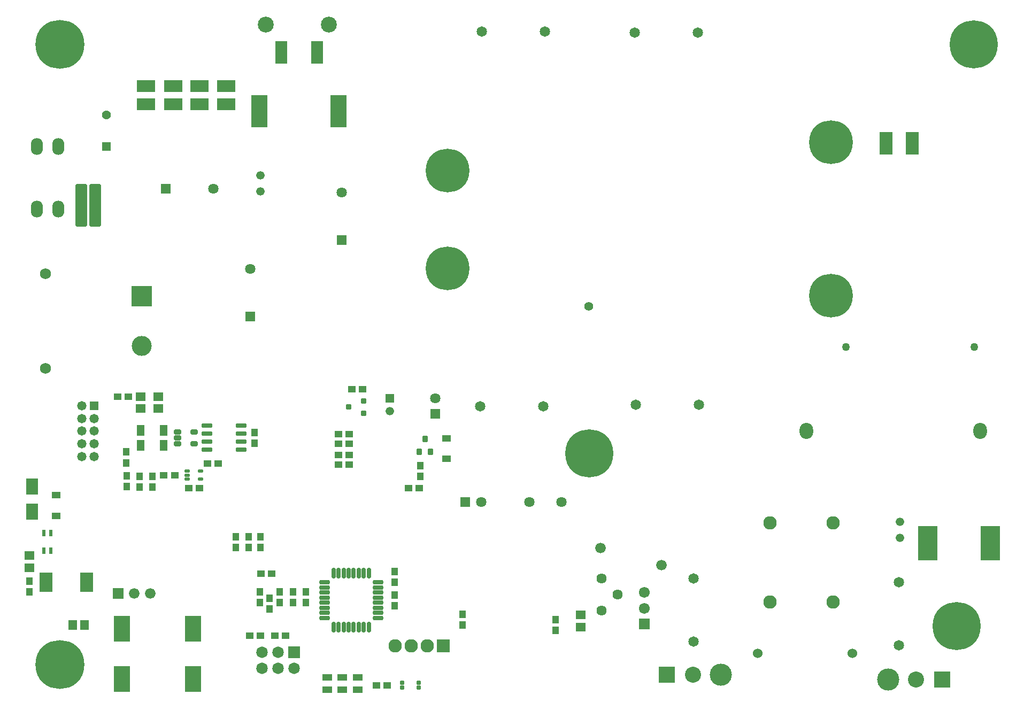
<source format=gbr>
%TF.GenerationSoftware,Altium Limited,Altium Designer,20.0.13 (296)*%
G04 Layer_Color=8388736*
%FSLAX26Y26*%
%MOIN*%
%TF.FileFunction,Soldermask,Top*%
%TF.Part,Single*%
G01*
G75*
%TA.AperFunction,ComponentPad*%
%ADD54C,0.050000*%
%ADD57C,0.125000*%
%ADD77C,0.300000*%
%TA.AperFunction,SMDPad,CuDef*%
%ADD114R,0.048000X0.044000*%
%ADD115R,0.044000X0.048000*%
%ADD118R,0.048307X0.044370*%
%ADD119R,0.044370X0.048307*%
%ADD120R,0.064055X0.056181*%
%ADD121R,0.056181X0.064055*%
%TA.AperFunction,ComponentPad*%
%ADD125O,0.075000X0.105000*%
%ADD126C,0.063661*%
%ADD127R,0.071929X0.071929*%
%ADD128C,0.071929*%
%ADD129C,0.055000*%
%ADD130C,0.272716*%
%ADD131C,0.066024*%
%ADD132C,0.138000*%
%ADD133C,0.100000*%
%ADD134R,0.100000X0.100000*%
%ADD135R,0.125000X0.125000*%
%ADD136C,0.068000*%
%ADD137C,0.083740*%
%ADD138R,0.083740X0.083740*%
%ADD139R,0.066024X0.066024*%
%ADD140C,0.058150*%
%ADD141R,0.058150X0.058150*%
%ADD142C,0.052244*%
%ADD143C,0.064370*%
%ADD144R,0.064370X0.064370*%
%ADD145C,0.064055*%
%ADD146R,0.064055X0.064055*%
%ADD147R,0.056181X0.056181*%
%ADD148C,0.056181*%
%ADD149C,0.305000*%
%ADD150R,0.052244X0.052244*%
%ADD151R,0.067598X0.067598*%
%ADD152C,0.067598*%
%ADD153C,0.060118*%
%ADD154O,0.085000X0.100000*%
%ADD155C,0.065000*%
%ADD156R,0.064370X0.064370*%
%ADD157C,0.099488*%
%ADD158R,0.064055X0.064055*%
%TA.AperFunction,SMDPad,CuDef*%
G04:AMPARAMS|DCode=164|XSize=25.654mil|YSize=25.654mil|CornerRadius=4.707mil|HoleSize=0mil|Usage=FLASHONLY|Rotation=180.000|XOffset=0mil|YOffset=0mil|HoleType=Round|Shape=RoundedRectangle|*
%AMROUNDEDRECTD164*
21,1,0.025654,0.016240,0,0,180.0*
21,1,0.016240,0.025654,0,0,180.0*
1,1,0.009413,-0.008120,0.008120*
1,1,0.009413,0.008120,0.008120*
1,1,0.009413,0.008120,-0.008120*
1,1,0.009413,-0.008120,-0.008120*
%
%ADD164ROUNDEDRECTD164*%
%ADD165R,0.062874X0.044764*%
G04:AMPARAMS|DCode=166|XSize=71.118mil|YSize=263.906mil|CornerRadius=5.356mil|HoleSize=0mil|Usage=FLASHONLY|Rotation=0.000|XOffset=0mil|YOffset=0mil|HoleType=Round|Shape=RoundedRectangle|*
%AMROUNDEDRECTD166*
21,1,0.071118,0.253194,0,0,0.0*
21,1,0.060406,0.263906,0,0,0.0*
1,1,0.010712,0.030203,-0.126597*
1,1,0.010712,-0.030203,-0.126597*
1,1,0.010712,-0.030203,0.126597*
1,1,0.010712,0.030203,0.126597*
%
%ADD166ROUNDEDRECTD166*%
G04:AMPARAMS|DCode=167|XSize=36.496mil|YSize=40.433mil|CornerRadius=10.374mil|HoleSize=0mil|Usage=FLASHONLY|Rotation=180.000|XOffset=0mil|YOffset=0mil|HoleType=Round|Shape=RoundedRectangle|*
%AMROUNDEDRECTD167*
21,1,0.036496,0.019685,0,0,180.0*
21,1,0.015748,0.040433,0,0,180.0*
1,1,0.020748,-0.007874,0.009843*
1,1,0.020748,0.007874,0.009843*
1,1,0.020748,0.007874,-0.009843*
1,1,0.020748,-0.007874,-0.009843*
%
%ADD167ROUNDEDRECTD167*%
G04:AMPARAMS|DCode=168|XSize=32.165mil|YSize=43.976mil|CornerRadius=5.896mil|HoleSize=0mil|Usage=FLASHONLY|Rotation=90.000|XOffset=0mil|YOffset=0mil|HoleType=Round|Shape=RoundedRectangle|*
%AMROUNDEDRECTD168*
21,1,0.032165,0.032185,0,0,90.0*
21,1,0.020374,0.043976,0,0,90.0*
1,1,0.011791,0.016093,0.010187*
1,1,0.011791,0.016093,-0.010187*
1,1,0.011791,-0.016093,-0.010187*
1,1,0.011791,-0.016093,0.010187*
%
%ADD168ROUNDEDRECTD168*%
G04:AMPARAMS|DCode=169|XSize=26.654mil|YSize=64.055mil|CornerRadius=7.913mil|HoleSize=0mil|Usage=FLASHONLY|Rotation=180.000|XOffset=0mil|YOffset=0mil|HoleType=Round|Shape=RoundedRectangle|*
%AMROUNDEDRECTD169*
21,1,0.026654,0.048228,0,0,180.0*
21,1,0.010827,0.064055,0,0,180.0*
1,1,0.015827,-0.005413,0.024114*
1,1,0.015827,0.005413,0.024114*
1,1,0.015827,0.005413,-0.024114*
1,1,0.015827,-0.005413,-0.024114*
%
%ADD169ROUNDEDRECTD169*%
G04:AMPARAMS|DCode=170|XSize=26.654mil|YSize=64.055mil|CornerRadius=7.913mil|HoleSize=0mil|Usage=FLASHONLY|Rotation=270.000|XOffset=0mil|YOffset=0mil|HoleType=Round|Shape=RoundedRectangle|*
%AMROUNDEDRECTD170*
21,1,0.026654,0.048228,0,0,270.0*
21,1,0.010827,0.064055,0,0,270.0*
1,1,0.015827,-0.024114,-0.005413*
1,1,0.015827,-0.024114,0.005413*
1,1,0.015827,0.024114,0.005413*
1,1,0.015827,0.024114,-0.005413*
%
%ADD170ROUNDEDRECTD170*%
G04:AMPARAMS|DCode=171|XSize=35.709mil|YSize=35.709mil|CornerRadius=10.177mil|HoleSize=0mil|Usage=FLASHONLY|Rotation=270.000|XOffset=0mil|YOffset=0mil|HoleType=Round|Shape=RoundedRectangle|*
%AMROUNDEDRECTD171*
21,1,0.035709,0.015354,0,0,270.0*
21,1,0.015354,0.035709,0,0,270.0*
1,1,0.020354,-0.007677,-0.007677*
1,1,0.020354,-0.007677,0.007677*
1,1,0.020354,0.007677,0.007677*
1,1,0.020354,0.007677,-0.007677*
%
%ADD171ROUNDEDRECTD171*%
%ADD172R,0.079803X0.138858*%
%ADD173R,0.115000X0.073000*%
%ADD174R,0.083740X0.123110*%
%ADD175R,0.078000X0.139000*%
%ADD176R,0.119173X0.217598*%
%ADD177R,0.103425X0.201850*%
%ADD178R,0.020748X0.040433*%
%ADD179R,0.053032X0.040827*%
%ADD180R,0.103425X0.162480*%
G04:AMPARAMS|DCode=181|XSize=66.024mil|YSize=28.622mil|CornerRadius=8.406mil|HoleSize=0mil|Usage=FLASHONLY|Rotation=180.000|XOffset=0mil|YOffset=0mil|HoleType=Round|Shape=RoundedRectangle|*
%AMROUNDEDRECTD181*
21,1,0.066024,0.011811,0,0,180.0*
21,1,0.049213,0.028622,0,0,180.0*
1,1,0.016811,-0.024606,0.005906*
1,1,0.016811,0.024606,0.005906*
1,1,0.016811,0.024606,-0.005906*
1,1,0.016811,-0.024606,-0.005906*
%
%ADD181ROUNDEDRECTD181*%
%ADD182R,0.052992X0.040984*%
%ADD183R,0.048000X0.068000*%
%ADD184R,0.071929X0.103425*%
G04:AMPARAMS|DCode=185|XSize=20.748mil|YSize=30.591mil|CornerRadius=4.468mil|HoleSize=0mil|Usage=FLASHONLY|Rotation=90.000|XOffset=0mil|YOffset=0mil|HoleType=Round|Shape=RoundedRectangle|*
%AMROUNDEDRECTD185*
21,1,0.020748,0.021654,0,0,90.0*
21,1,0.011811,0.030591,0,0,90.0*
1,1,0.008937,0.010827,0.005906*
1,1,0.008937,0.010827,-0.005906*
1,1,0.008937,-0.010827,-0.005906*
1,1,0.008937,-0.010827,0.005906*
%
%ADD185ROUNDEDRECTD185*%
D54*
X5145000Y2200000D02*
D03*
X5945394D02*
D03*
D57*
X753000Y2204595D02*
D03*
D77*
X3545000Y1535000D02*
D03*
X5835000Y460000D02*
D03*
X5940000Y4085000D02*
D03*
D114*
X1582996Y400000D02*
D03*
X1649925D02*
D03*
X1493465D02*
D03*
X1426535D02*
D03*
X2131929Y1935000D02*
D03*
X2065000D02*
D03*
X2417638Y1320000D02*
D03*
X2484567D02*
D03*
X959429Y1400000D02*
D03*
X892500D02*
D03*
X1496535Y785000D02*
D03*
X1563465D02*
D03*
X2216535Y90000D02*
D03*
X2283465D02*
D03*
X1231929Y1472599D02*
D03*
X1165000D02*
D03*
X2047834Y1595000D02*
D03*
X1980905D02*
D03*
X2047834Y1525000D02*
D03*
X1980905D02*
D03*
X1980906Y1655000D02*
D03*
X2047835D02*
D03*
X1980906Y1465000D02*
D03*
X2047835D02*
D03*
D115*
X1551461Y566535D02*
D03*
Y633465D02*
D03*
X2490000Y1391535D02*
D03*
Y1458465D02*
D03*
X739429Y1326535D02*
D03*
Y1393465D02*
D03*
X659429Y1394965D02*
D03*
Y1328035D02*
D03*
X1420000Y948071D02*
D03*
Y1015000D02*
D03*
X1340000Y1015000D02*
D03*
Y948071D02*
D03*
X658307Y1476622D02*
D03*
Y1543622D02*
D03*
X1491500Y673500D02*
D03*
Y606500D02*
D03*
D118*
X1045965Y1320000D02*
D03*
X1112894D02*
D03*
X670000Y1890000D02*
D03*
X603071D02*
D03*
D119*
X819429Y1393465D02*
D03*
Y1326535D02*
D03*
X55000Y739370D02*
D03*
Y672441D02*
D03*
X2330000Y733071D02*
D03*
Y800000D02*
D03*
Y586535D02*
D03*
Y653465D02*
D03*
X1495000Y1015000D02*
D03*
Y948071D02*
D03*
X1778000Y673465D02*
D03*
Y606535D02*
D03*
X1698000Y673465D02*
D03*
Y606535D02*
D03*
X1613000Y673465D02*
D03*
Y606535D02*
D03*
X1458465Y1666063D02*
D03*
Y1599134D02*
D03*
X2755000Y466535D02*
D03*
Y533465D02*
D03*
X3335000Y431535D02*
D03*
Y498464D02*
D03*
D120*
X748465Y1890000D02*
D03*
Y1815197D02*
D03*
X858465Y1815197D02*
D03*
Y1890000D02*
D03*
X3490000Y452728D02*
D03*
Y527531D02*
D03*
X55000Y822598D02*
D03*
Y897402D02*
D03*
D121*
X397402Y465000D02*
D03*
X322599D02*
D03*
D125*
X100000Y3058561D02*
D03*
Y3449112D02*
D03*
X233858Y3058561D02*
D03*
Y3449112D02*
D03*
D126*
X3622000Y755000D02*
D03*
X3722000Y655000D02*
D03*
X3622000Y555000D02*
D03*
D127*
X1705000Y295000D02*
D03*
D128*
Y195000D02*
D03*
X1605000Y295000D02*
D03*
Y195000D02*
D03*
X1505000Y295000D02*
D03*
Y195000D02*
D03*
D129*
X3542209Y2452601D02*
D03*
D130*
X5050000Y2520000D02*
D03*
Y3475000D02*
D03*
X2660000Y3300000D02*
D03*
Y2690000D02*
D03*
D131*
X3613000Y945000D02*
D03*
X3995000Y838000D02*
D03*
X808032Y661417D02*
D03*
X708032D02*
D03*
D132*
X4365004Y155000D02*
D03*
X5407004Y125000D02*
D03*
D133*
X4190000Y155000D02*
D03*
X5582008Y125000D02*
D03*
D134*
X4027008Y155000D02*
D03*
X5745000Y125000D02*
D03*
D135*
X753000Y2516405D02*
D03*
D136*
X155000Y2065000D02*
D03*
Y2656000D02*
D03*
D137*
X2335630Y335000D02*
D03*
X2535630D02*
D03*
X2435630D02*
D03*
X5065000Y1102126D02*
D03*
Y610000D02*
D03*
X4671299Y1102126D02*
D03*
Y610000D02*
D03*
D138*
X2635630Y335000D02*
D03*
D139*
X608032Y661417D02*
D03*
D140*
X458740Y1752480D02*
D03*
Y1673740D02*
D03*
X380000Y1752480D02*
D03*
Y1831220D02*
D03*
Y1673740D02*
D03*
X458740Y1516260D02*
D03*
Y1595000D02*
D03*
X380000Y1516260D02*
D03*
Y1595000D02*
D03*
D141*
X458740Y1831220D02*
D03*
D142*
X1495000Y3170000D02*
D03*
Y3270000D02*
D03*
X2300000Y1800000D02*
D03*
X5480000Y1110000D02*
D03*
Y1010000D02*
D03*
D143*
X3370000Y1233150D02*
D03*
X2870000D02*
D03*
X3170000D02*
D03*
X2585669Y1879213D02*
D03*
D144*
X2770000Y1233150D02*
D03*
D145*
X2000000Y3160276D02*
D03*
X1430000Y2685276D02*
D03*
X1200000Y3185000D02*
D03*
D146*
X2000000Y2865000D02*
D03*
X1430000Y2390000D02*
D03*
D147*
X535000Y3448150D02*
D03*
D148*
Y3645000D02*
D03*
D149*
X245000Y220000D02*
D03*
Y4085000D02*
D03*
D150*
X2300000Y1878740D02*
D03*
D151*
X3887000Y470575D02*
D03*
D152*
Y667425D02*
D03*
Y569000D02*
D03*
D153*
X4594449Y290000D02*
D03*
X5185000D02*
D03*
D154*
X5980000Y1675000D02*
D03*
X4897323D02*
D03*
D155*
X3256850Y1830000D02*
D03*
X2863150D02*
D03*
X4195793Y363150D02*
D03*
Y756850D02*
D03*
X4220000Y4157500D02*
D03*
X3826299D02*
D03*
X3266850Y4165000D02*
D03*
X2873150D02*
D03*
X5475000Y731850D02*
D03*
Y338150D02*
D03*
X4226850Y1840000D02*
D03*
X3833150D02*
D03*
D156*
X2585669Y1780787D02*
D03*
D157*
X1921701Y4208000D02*
D03*
X1528000D02*
D03*
D158*
X904724Y3185000D02*
D03*
D164*
X2481713Y75236D02*
D03*
Y104764D02*
D03*
X2377382Y75236D02*
D03*
Y104764D02*
D03*
D165*
X1910000Y140217D02*
D03*
Y63051D02*
D03*
X2005335Y140217D02*
D03*
Y63051D02*
D03*
X2101043Y140217D02*
D03*
Y63051D02*
D03*
D166*
X463402Y3082874D02*
D03*
X376598D02*
D03*
D167*
X2520000Y1624370D02*
D03*
X2555433Y1545630D02*
D03*
X2484567D02*
D03*
D168*
X1079449Y1670000D02*
D03*
Y1595197D02*
D03*
X977480D02*
D03*
Y1632599D02*
D03*
Y1670000D02*
D03*
D169*
X2170236Y452677D02*
D03*
X2138740D02*
D03*
X2107244D02*
D03*
X2075748D02*
D03*
X2044252D02*
D03*
X2012756D02*
D03*
X1981260D02*
D03*
X1949764D02*
D03*
Y787323D02*
D03*
X1981260D02*
D03*
X2012756D02*
D03*
X2044252D02*
D03*
X2075748D02*
D03*
X2107244D02*
D03*
X2138740D02*
D03*
X2170236D02*
D03*
D170*
X1892677Y509764D02*
D03*
Y541260D02*
D03*
Y572756D02*
D03*
Y604252D02*
D03*
Y635748D02*
D03*
Y667244D02*
D03*
Y698740D02*
D03*
Y730236D02*
D03*
X2227323D02*
D03*
Y698740D02*
D03*
Y667244D02*
D03*
Y635748D02*
D03*
Y604252D02*
D03*
Y572756D02*
D03*
Y541260D02*
D03*
Y509764D02*
D03*
D171*
X2135992Y1786669D02*
D03*
Y1861473D02*
D03*
X2045835Y1824071D02*
D03*
D172*
X5395772Y3470000D02*
D03*
X5557772D02*
D03*
D173*
X1280000Y3825000D02*
D03*
Y3711000D02*
D03*
X1115000Y3825000D02*
D03*
Y3711000D02*
D03*
X950000Y3825000D02*
D03*
Y3711000D02*
D03*
X780000Y3825000D02*
D03*
Y3711000D02*
D03*
D174*
X159016Y733000D02*
D03*
X410984D02*
D03*
D175*
X1846500Y4035000D02*
D03*
X1623500D02*
D03*
D176*
X6044882Y975000D02*
D03*
X5655118D02*
D03*
D177*
X1981063Y3670000D02*
D03*
X1488937D02*
D03*
D178*
X188949Y1040118D02*
D03*
X143673D02*
D03*
X188949Y929882D02*
D03*
X143673D02*
D03*
D179*
X219461Y1274370D02*
D03*
Y1145630D02*
D03*
D180*
X1075000Y442480D02*
D03*
Y127520D02*
D03*
X630000Y442480D02*
D03*
Y127520D02*
D03*
D181*
X1374765Y1657599D02*
D03*
Y1707599D02*
D03*
Y1557599D02*
D03*
Y1607599D02*
D03*
X1162165Y1707599D02*
D03*
Y1607599D02*
D03*
Y1657599D02*
D03*
Y1557599D02*
D03*
D182*
X2655000Y1629815D02*
D03*
Y1500815D02*
D03*
D183*
X889465Y1680099D02*
D03*
Y1585099D02*
D03*
X747465Y1680099D02*
D03*
Y1585099D02*
D03*
D184*
X70000Y1328740D02*
D03*
Y1171260D02*
D03*
D185*
X1119784Y1425591D02*
D03*
Y1374409D02*
D03*
X1039075D02*
D03*
Y1425591D02*
D03*
Y1400000D02*
D03*
%TF.MD5,bc69f790b91cf853538346dfe104b5f1*%
M02*

</source>
